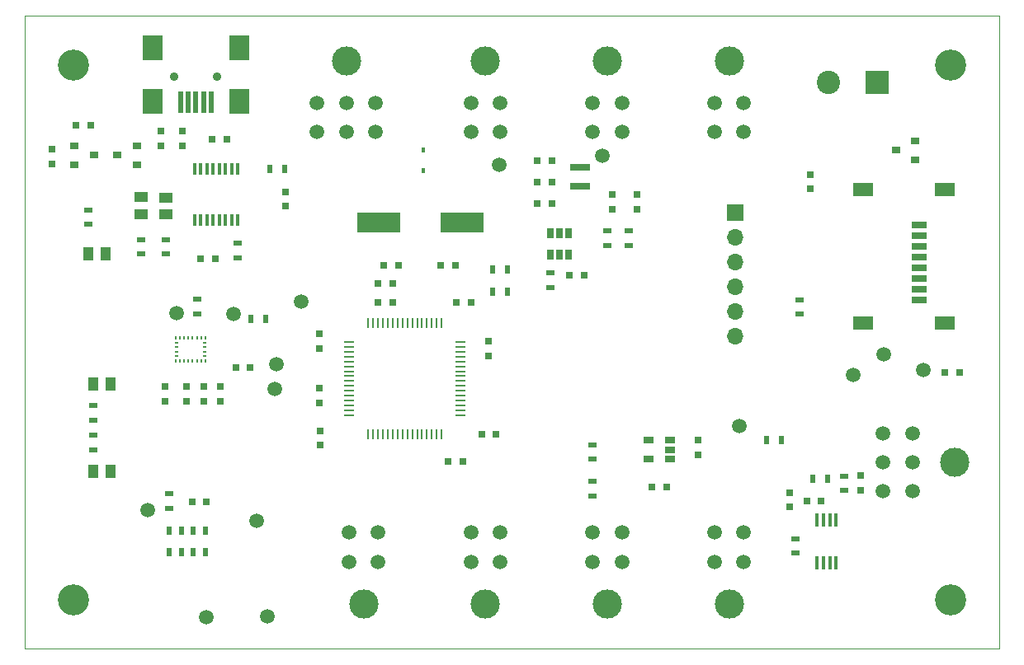
<source format=gbr>
G04 #@! TF.FileFunction,Soldermask,Top*
%FSLAX46Y46*%
G04 Gerber Fmt 4.6, Leading zero omitted, Abs format (unit mm)*
G04 Created by KiCad (PCBNEW 4.0.7) date 05/14/18 21:23:51*
%MOMM*%
%LPD*%
G01*
G04 APERTURE LIST*
%ADD10C,0.100000*%
%ADD11R,1.400000X1.120000*%
%ADD12R,0.900000X0.800000*%
%ADD13R,1.120000X1.400000*%
%ADD14R,1.700000X1.700000*%
%ADD15O,1.700000X1.700000*%
%ADD16R,0.400000X1.200000*%
%ADD17R,0.650000X1.060000*%
%ADD18R,1.060000X0.650000*%
%ADD19R,0.250000X1.000000*%
%ADD20R,1.000000X0.250000*%
%ADD21R,0.550000X0.950000*%
%ADD22R,0.230000X0.350000*%
%ADD23R,0.350000X0.230000*%
%ADD24R,4.500000X2.000000*%
%ADD25C,3.200000*%
%ADD26R,0.500000X0.900000*%
%ADD27R,0.900000X0.500000*%
%ADD28C,1.500000*%
%ADD29R,0.800000X0.750000*%
%ADD30R,0.750000X0.800000*%
%ADD31R,0.450000X1.450000*%
%ADD32R,0.450000X0.600000*%
%ADD33R,1.998980X2.499360*%
%ADD34C,0.909320*%
%ADD35R,0.500380X2.301240*%
%ADD36R,2.400000X2.400000*%
%ADD37C,2.400000*%
%ADD38R,2.000000X1.450000*%
%ADD39R,1.500000X0.800000*%
%ADD40C,3.000000*%
%ADD41R,2.000000X0.800000*%
G04 APERTURE END LIST*
D10*
X85625000Y-132750000D02*
X85625000Y-67750000D01*
X185625000Y-132750000D02*
X85625000Y-132750000D01*
X185625000Y-67750000D02*
X185625000Y-132750000D01*
X85625000Y-67750000D02*
X185625000Y-67750000D01*
D11*
X100075000Y-86390000D03*
X100075000Y-88150000D03*
X97525000Y-86350000D03*
X97525000Y-88110000D03*
D12*
X97125000Y-83000000D03*
X97125000Y-81100000D03*
X95125000Y-82050000D03*
D13*
X92165000Y-92200000D03*
X93925000Y-92200000D03*
X94385000Y-105550000D03*
X92625000Y-105550000D03*
X94385000Y-114550000D03*
X92625000Y-114550000D03*
D14*
X158525000Y-87950000D03*
D15*
X158525000Y-90490000D03*
X158525000Y-93030000D03*
X158525000Y-95570000D03*
X158525000Y-98110000D03*
X158525000Y-100650000D03*
D16*
X103030000Y-88700000D03*
X103665000Y-88700000D03*
X104300000Y-88700000D03*
X104935000Y-88700000D03*
X105570000Y-88700000D03*
X106205000Y-88700000D03*
X106840000Y-88700000D03*
X107475000Y-88700000D03*
X107475000Y-83500000D03*
X106840000Y-83500000D03*
X106205000Y-83500000D03*
X105570000Y-83500000D03*
X104935000Y-83500000D03*
X104300000Y-83500000D03*
X103665000Y-83500000D03*
X103030000Y-83500000D03*
D17*
X141425000Y-90050000D03*
X140475000Y-90050000D03*
X139525000Y-90050000D03*
X139525000Y-92250000D03*
X141425000Y-92250000D03*
X140475000Y-92250000D03*
D12*
X90725000Y-81100000D03*
X90725000Y-83000000D03*
X92725000Y-82050000D03*
D18*
X151825000Y-113250000D03*
X151825000Y-112300000D03*
X151825000Y-111350000D03*
X149625000Y-111350000D03*
X149625000Y-113250000D03*
D19*
X128375000Y-99300000D03*
X127875000Y-99300000D03*
X127375000Y-99300000D03*
X126875000Y-99300000D03*
X126375000Y-99300000D03*
X125875000Y-99300000D03*
X125375000Y-99300000D03*
X124875000Y-99300000D03*
X124375000Y-99300000D03*
X123875000Y-99300000D03*
X123375000Y-99300000D03*
X122875000Y-99300000D03*
X122375000Y-99300000D03*
X121875000Y-99300000D03*
X121375000Y-99300000D03*
X120875000Y-99300000D03*
D20*
X118925000Y-101250000D03*
X118925000Y-101750000D03*
X118925000Y-102250000D03*
X118925000Y-102750000D03*
X118925000Y-103250000D03*
X118925000Y-103750000D03*
X118925000Y-104250000D03*
X118925000Y-104750000D03*
X118925000Y-105250000D03*
X118925000Y-105750000D03*
X118925000Y-106250000D03*
X118925000Y-106750000D03*
X118925000Y-107250000D03*
X118925000Y-107750000D03*
X118925000Y-108250000D03*
X118925000Y-108750000D03*
D19*
X120875000Y-110700000D03*
X121375000Y-110700000D03*
X121875000Y-110700000D03*
X122375000Y-110700000D03*
X122875000Y-110700000D03*
X123375000Y-110700000D03*
X123875000Y-110700000D03*
X124375000Y-110700000D03*
X124875000Y-110700000D03*
X125375000Y-110700000D03*
X125875000Y-110700000D03*
X126375000Y-110700000D03*
X126875000Y-110700000D03*
X127375000Y-110700000D03*
X127875000Y-110700000D03*
X128375000Y-110700000D03*
D20*
X130325000Y-108750000D03*
X130325000Y-108250000D03*
X130325000Y-107750000D03*
X130325000Y-107250000D03*
X130325000Y-106750000D03*
X130325000Y-106250000D03*
X130325000Y-105750000D03*
X130325000Y-105250000D03*
X130325000Y-104750000D03*
X130325000Y-104250000D03*
X130325000Y-103750000D03*
X130325000Y-103250000D03*
X130325000Y-102750000D03*
X130325000Y-102250000D03*
X130325000Y-101750000D03*
X130325000Y-101250000D03*
D21*
X100425000Y-120650000D03*
X104175000Y-120650000D03*
X102925000Y-120650000D03*
X101675000Y-120650000D03*
X104175000Y-122800000D03*
X102925000Y-122800000D03*
X101675000Y-122800000D03*
X100425000Y-122800000D03*
D22*
X104130000Y-103225000D03*
D23*
X104100000Y-102645000D03*
X101150000Y-102645000D03*
X104100000Y-102215000D03*
X101150000Y-102215000D03*
X104100000Y-101785000D03*
X101150000Y-101785000D03*
X104100000Y-101355000D03*
X101150000Y-101355000D03*
D22*
X103700000Y-103225000D03*
X103270000Y-103225000D03*
X102840000Y-103225000D03*
X102410000Y-103225000D03*
X101980000Y-103225000D03*
X101550000Y-103225000D03*
X101120000Y-103225000D03*
X104130000Y-100775000D03*
X103700000Y-100775000D03*
X103270000Y-100775000D03*
X102840000Y-100775000D03*
X102410000Y-100775000D03*
X101980000Y-100775000D03*
X101550000Y-100775000D03*
X101120000Y-100775000D03*
D24*
X121975000Y-88950000D03*
X130475000Y-88950000D03*
D25*
X90625000Y-127750000D03*
X180625000Y-127750000D03*
X180625000Y-72750000D03*
X90625000Y-72750000D03*
D26*
X110775000Y-83500000D03*
X112275000Y-83500000D03*
D27*
X107475000Y-91100000D03*
X107475000Y-92600000D03*
X139525000Y-95650000D03*
X139525000Y-94150000D03*
X147600000Y-91325000D03*
X147600000Y-89825000D03*
X100125000Y-92200000D03*
X100125000Y-90700000D03*
X145375000Y-89850000D03*
X145375000Y-91350000D03*
X97525000Y-90700000D03*
X97525000Y-92200000D03*
X92125000Y-89150000D03*
X92125000Y-87650000D03*
X100425000Y-116800000D03*
X100425000Y-118300000D03*
X165075000Y-96900000D03*
X165075000Y-98400000D03*
D26*
X110325000Y-98850000D03*
X108825000Y-98850000D03*
D27*
X103275000Y-96825000D03*
X103275000Y-98325000D03*
X143875000Y-117050000D03*
X143875000Y-115550000D03*
X143875000Y-113300000D03*
X143875000Y-111800000D03*
X92625000Y-109250000D03*
X92625000Y-107750000D03*
X92625000Y-110800000D03*
X92625000Y-112300000D03*
D26*
X135125000Y-96050000D03*
X133625000Y-96050000D03*
X133625000Y-93800000D03*
X135125000Y-93800000D03*
D28*
X134300000Y-83000000D03*
X144900000Y-82100000D03*
X158950000Y-109850000D03*
X170650000Y-104600000D03*
X173750000Y-102550000D03*
X177800000Y-104100000D03*
X98200000Y-118500000D03*
X104250000Y-129500000D03*
X110500000Y-129400000D03*
X109400000Y-119600000D03*
X114000000Y-97100000D03*
X111250000Y-106050000D03*
X107050000Y-98400000D03*
X101150000Y-98300000D03*
X111450000Y-103500000D03*
D29*
X167350000Y-117550000D03*
X165850000Y-117550000D03*
D30*
X171350000Y-114950000D03*
X171350000Y-116450000D03*
X164100000Y-118200000D03*
X164100000Y-116700000D03*
D27*
X164650000Y-122950000D03*
X164650000Y-121450000D03*
X169650000Y-116500000D03*
X169650000Y-115000000D03*
D26*
X166500000Y-115300000D03*
X168000000Y-115300000D03*
D31*
X166925000Y-123900000D03*
X167575000Y-123900000D03*
X168225000Y-123900000D03*
X168875000Y-123900000D03*
X168875000Y-119500000D03*
X168225000Y-119500000D03*
X167575000Y-119500000D03*
X166925000Y-119500000D03*
D30*
X112325000Y-87300000D03*
X112325000Y-85800000D03*
D29*
X103675000Y-92650000D03*
X105175000Y-92650000D03*
X106325000Y-80450000D03*
X104825000Y-80450000D03*
X139675000Y-84850000D03*
X138175000Y-84850000D03*
X139675000Y-82650000D03*
X138175000Y-82650000D03*
X139675000Y-87050000D03*
X138175000Y-87050000D03*
D30*
X101775000Y-79550000D03*
X101775000Y-81050000D03*
X99575000Y-79550000D03*
X99575000Y-81050000D03*
D29*
X142975000Y-94400000D03*
X141475000Y-94400000D03*
D30*
X148425000Y-87600000D03*
X148425000Y-86100000D03*
X145925000Y-87600000D03*
X145925000Y-86100000D03*
D29*
X90875000Y-79000000D03*
X92375000Y-79000000D03*
D30*
X154700000Y-112800000D03*
X154700000Y-111300000D03*
D29*
X151475000Y-116150000D03*
X149975000Y-116150000D03*
D30*
X88425000Y-81450000D03*
X88425000Y-82950000D03*
D29*
X130575000Y-113550000D03*
X129075000Y-113550000D03*
D30*
X115875000Y-106000000D03*
X115875000Y-107500000D03*
D29*
X122475000Y-93350000D03*
X123975000Y-93350000D03*
D30*
X115950000Y-111850000D03*
X115950000Y-110350000D03*
D29*
X129775000Y-93350000D03*
X128275000Y-93350000D03*
X131400000Y-97200000D03*
X129900000Y-97200000D03*
D30*
X115875000Y-100400000D03*
X115875000Y-101900000D03*
D29*
X123375000Y-95250000D03*
X121875000Y-95250000D03*
X133975000Y-110750000D03*
X132475000Y-110750000D03*
X123375000Y-97200000D03*
X121875000Y-97200000D03*
D30*
X133225000Y-102650000D03*
X133225000Y-101150000D03*
D29*
X102775000Y-117650000D03*
X104275000Y-117650000D03*
D30*
X100025000Y-107350000D03*
X100025000Y-105850000D03*
X105700000Y-107350000D03*
X105700000Y-105850000D03*
D29*
X108750000Y-103825000D03*
X107250000Y-103825000D03*
D30*
X102200000Y-107350000D03*
X102200000Y-105850000D03*
X104000000Y-107350000D03*
X104000000Y-105850000D03*
D29*
X181500000Y-104375000D03*
X180000000Y-104375000D03*
D30*
X166250000Y-84025000D03*
X166250000Y-85525000D03*
D26*
X161750000Y-111275000D03*
X163250000Y-111275000D03*
D32*
X126475000Y-81550000D03*
X126475000Y-83650000D03*
D33*
X107625440Y-71000260D03*
X107625440Y-76499360D03*
X98725280Y-76499360D03*
X98725280Y-71000260D03*
D34*
X105375000Y-74000000D03*
X100975720Y-74000000D03*
D35*
X101575160Y-76600960D03*
X102375260Y-76600960D03*
X103175360Y-76600960D03*
X103975460Y-76600960D03*
X104775560Y-76600960D03*
D36*
X173100000Y-74600000D03*
D37*
X168100000Y-74600000D03*
D12*
X177000000Y-82500000D03*
X177000000Y-80600000D03*
X175000000Y-81550000D03*
D38*
X179975000Y-85580000D03*
X179975000Y-99330000D03*
X171675000Y-99330000D03*
D39*
X177375000Y-96950000D03*
X177375000Y-95850000D03*
X177375000Y-94750000D03*
X177375000Y-93650000D03*
X177375000Y-92550000D03*
X177375000Y-90350000D03*
X177375000Y-89250000D03*
X177375000Y-91450000D03*
D38*
X171675000Y-85580000D03*
D40*
X157875000Y-72350000D03*
D28*
X156375000Y-76670000D03*
X159375000Y-76670000D03*
X156375000Y-79670000D03*
X159375000Y-79670000D03*
D40*
X145375000Y-72350000D03*
D28*
X143875000Y-76670000D03*
X146875000Y-76670000D03*
X143875000Y-79670000D03*
X146875000Y-79670000D03*
D40*
X120375000Y-128150000D03*
D28*
X121875000Y-123830000D03*
X118875000Y-123830000D03*
X121875000Y-120830000D03*
X118875000Y-120830000D03*
D40*
X132875000Y-128150000D03*
D28*
X134375000Y-123830000D03*
X131375000Y-123830000D03*
X134375000Y-120830000D03*
X131375000Y-120830000D03*
D40*
X157875000Y-128150000D03*
D28*
X159375000Y-123830000D03*
X156375000Y-123830000D03*
X159375000Y-120830000D03*
X156375000Y-120830000D03*
D40*
X145375000Y-128150000D03*
D28*
X146875000Y-123830000D03*
X143875000Y-123830000D03*
X146875000Y-120830000D03*
X143875000Y-120830000D03*
D40*
X132875000Y-72350000D03*
D28*
X131375000Y-76670000D03*
X134375000Y-76670000D03*
X131375000Y-79670000D03*
X134375000Y-79670000D03*
D40*
X118625000Y-72350000D03*
D28*
X115625000Y-76670000D03*
X118625000Y-76670000D03*
X115625000Y-79670000D03*
X118625000Y-79670000D03*
X121625000Y-79670000D03*
X121625000Y-76670000D03*
D40*
X181000000Y-113600000D03*
D28*
X176680000Y-110600000D03*
X176680000Y-113600000D03*
X173680000Y-110600000D03*
X173680000Y-113600000D03*
X173680000Y-116600000D03*
X176680000Y-116600000D03*
D41*
X142625000Y-83250000D03*
X142625000Y-85250000D03*
M02*

</source>
